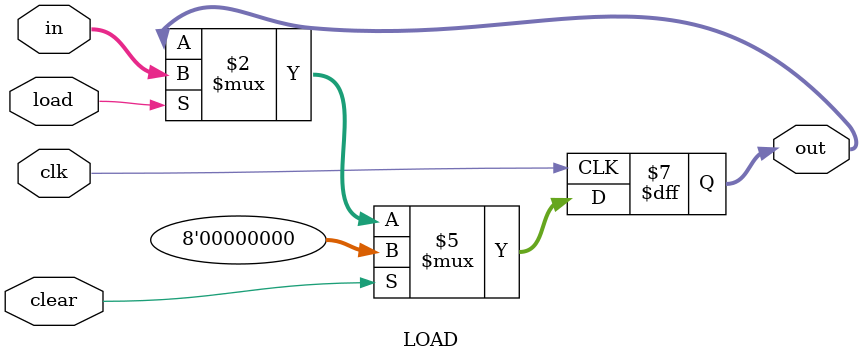
<source format=v>
`define BIT_SIZE [7:0]
module LOAD (out, in, clear, load, clk);
	output reg `BIT_SIZE out;
	input `BIT_SIZE in;
	input clear, load, clk;
	
	always@(posedge clk) begin
		if(clear)
			out<=0;
		else if(load)
			out<=in;
	end
endmodule
</source>
